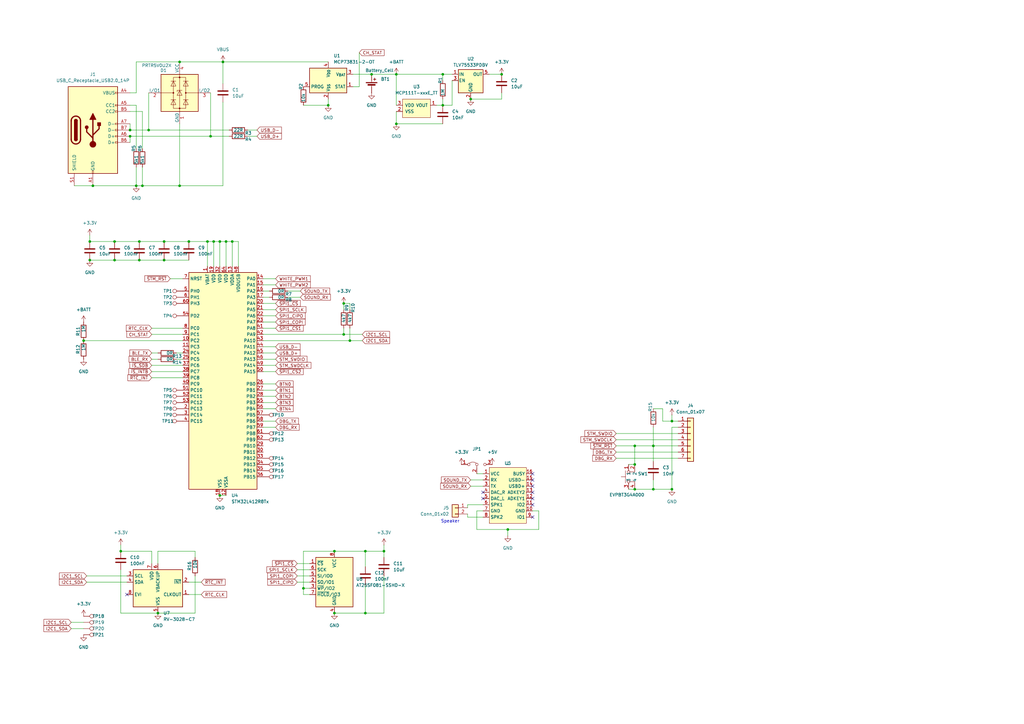
<source format=kicad_sch>
(kicad_sch (version 20231120) (generator "eeschema") (generator_version "8.0")
  (paper "A3")
  (title_block (title "round timer 1") (date "2025-02-16") (rev "0"))
  (junction (at 91.44 25.4))
  (junction (at 149.86 226.06))
  (junction (at 57.15 106.68))
  (junction (at 55.88 76.2))
  (junction (at 162.56 30.48))
  (junction (at 149.86 251.46))
  (junction (at 36.83 99.06))
  (junction (at 260.35 190.5))
  (junction (at 124.46 241.3))
  (junction (at 140.97 137.16))
  (junction (at 38.1 76.2))
  (junction (at 260.35 182.88))
  (junction (at 162.56 50.8))
  (junction (at 137.16 226.06))
  (junction (at 260.35 200.66))
  (junction (at 92.71 99.06))
  (junction (at 208.28 217.17))
  (junction (at 64.77 251.46))
  (junction (at 49.53 226.06))
  (junction (at 73.66 76.2))
  (junction (at 57.15 99.06))
  (junction (at 53.34 55.88))
  (junction (at 275.59 172.72))
  (junction (at 73.66 25.4))
  (junction (at 143.51 139.7))
  (junction (at 67.31 99.06))
  (junction (at 67.31 106.68))
  (junction (at 34.29 139.7))
  (junction (at 90.17 203.2))
  (junction (at 87.63 99.06))
  (junction (at 46.99 106.68))
  (junction (at 90.17 99.06))
  (junction (at 140.97 124.46))
  (junction (at 36.83 106.68))
  (junction (at 137.16 251.46))
  (junction (at 267.97 182.88))
  (junction (at 85.09 99.06))
  (junction (at 58.42 76.2))
  (junction (at 46.99 99.06))
  (junction (at 275.59 200.66))
  (junction (at 152.4 30.48))
  (junction (at 86.36 55.88))
  (junction (at 95.25 99.06))
  (junction (at 193.04 40.64))
  (junction (at 134.62 43.18))
  (junction (at 205.74 30.48))
  (junction (at 181.61 30.48))
  (junction (at 157.48 226.06))
  (junction (at 181.61 43.18))
  (junction (at 267.97 200.66))
  (junction (at 60.96 53.34))
  (junction (at 53.34 53.34))
  (junction (at 77.47 99.06))
  (no_connect (at 198.12 201.93))
  (no_connect (at 218.44 196.85))
  (no_connect (at 52.07 243.84))
  (no_connect (at 218.44 207.01))
  (no_connect (at 218.44 212.09))
  (no_connect (at 218.44 199.39))
  (no_connect (at 198.12 204.47))
  (no_connect (at 218.44 204.47))
  (no_connect (at 218.44 201.93))
  (no_connect (at 218.44 194.31))
  (wire (pts (xy 220.98 209.55) (xy 218.44 209.55)))
  (wire (pts (xy 181.61 30.48) (xy 185.42 30.48)))
  (wire (pts (xy 77.47 238.76) (xy 82.55 238.76)))
  (wire (pts (xy 113.03 127) (xy 107.95 127)))
  (wire (pts (xy 124.46 241.3) (xy 127 241.3)))
  (wire (pts (xy 62.23 231.14) (xy 62.23 226.06)))
  (wire (pts (xy 55.88 68.58) (xy 55.88 76.2)))
  (wire (pts (xy 34.29 139.7) (xy 74.93 139.7)))
  (wire (pts (xy 137.16 251.46) (xy 149.86 251.46)))
  (wire (pts (xy 36.83 106.68) (xy 46.99 106.68)))
  (wire (pts (xy 278.13 175.26) (xy 275.59 175.26)))
  (wire (pts (xy 34.29 255.27) (xy 29.21 255.27)))
  (wire (pts (xy 143.51 127) (xy 143.51 124.46)))
  (wire (pts (xy 149.86 251.46) (xy 157.48 251.46)))
  (wire (pts (xy 73.66 76.2) (xy 58.42 76.2)))
  (wire (pts (xy 53.34 50.8) (xy 53.34 53.34)))
  (wire (pts (xy 95.25 99.06) (xy 95.25 109.22)))
  (wire (pts (xy 85.09 99.06) (xy 85.09 109.22)))
  (wire (pts (xy 62.23 152.4) (xy 74.93 152.4)))
  (wire (pts (xy 181.61 43.18) (xy 179.07 43.18)))
  (wire (pts (xy 92.71 99.06) (xy 92.71 109.22)))
  (wire (pts (xy 267.97 175.26) (xy 267.97 182.88)))
  (wire (pts (xy 97.79 109.22) (xy 97.79 99.06)))
  (wire (pts (xy 107.95 139.7) (xy 143.51 139.7)))
  (wire (pts (xy 267.97 196.85) (xy 267.97 200.66)))
  (wire (pts (xy 80.01 251.46) (xy 80.01 236.22)))
  (wire (pts (xy 278.13 177.8) (xy 252.73 177.8)))
  (wire (pts (xy 87.63 99.06) (xy 87.63 109.22)))
  (wire (pts (xy 162.56 50.8) (xy 181.61 50.8)))
  (wire (pts (xy 36.83 99.06) (xy 46.99 99.06)))
  (wire (pts (xy 91.44 41.91) (xy 91.44 76.2)))
  (wire (pts (xy 124.46 241.3) (xy 124.46 226.06)))
  (wire (pts (xy 198.12 212.09) (xy 191.77 212.09)))
  (wire (pts (xy 85.09 99.06) (xy 87.63 99.06)))
  (wire (pts (xy 107.95 144.78) (xy 113.03 144.78)))
  (wire (pts (xy 147.32 35.56) (xy 147.32 21.59)))
  (wire (pts (xy 38.1 76.2) (xy 55.88 76.2)))
  (wire (pts (xy 148.59 139.7) (xy 143.51 139.7)))
  (wire (pts (xy 86.36 38.1) (xy 86.36 55.88)))
  (wire (pts (xy 113.03 157.48) (xy 107.95 157.48)))
  (wire (pts (xy 53.34 53.34) (xy 60.96 53.34)))
  (wire (pts (xy 91.44 25.4) (xy 134.62 25.4)))
  (wire (pts (xy 140.97 124.46) (xy 143.51 124.46)))
  (wire (pts (xy 181.61 30.48) (xy 181.61 33.02)))
  (wire (pts (xy 162.56 45.72) (xy 162.56 50.8)))
  (wire (pts (xy 113.03 162.56) (xy 107.95 162.56)))
  (wire (pts (xy 90.17 99.06) (xy 92.71 99.06)))
  (wire (pts (xy 121.92 238.76) (xy 127 238.76)))
  (wire (pts (xy 162.56 30.48) (xy 152.4 30.48)))
  (wire (pts (xy 55.88 76.2) (xy 58.42 76.2)))
  (wire (pts (xy 143.51 134.62) (xy 143.51 139.7)))
  (wire (pts (xy 124.46 226.06) (xy 137.16 226.06)))
  (wire (pts (xy 35.56 236.22) (xy 52.07 236.22)))
  (wire (pts (xy 144.78 30.48) (xy 152.4 30.48)))
  (wire (pts (xy 72.39 147.32) (xy 74.93 147.32)))
  (wire (pts (xy 57.15 99.06) (xy 67.31 99.06)))
  (wire (pts (xy 67.31 99.06) (xy 77.47 99.06)))
  (wire (pts (xy 157.48 236.22) (xy 157.48 251.46)))
  (wire (pts (xy 35.56 238.76) (xy 52.07 238.76)))
  (wire (pts (xy 53.34 55.88) (xy 86.36 55.88)))
  (wire (pts (xy 113.03 147.32) (xy 107.95 147.32)))
  (wire (pts (xy 62.23 137.16) (xy 74.93 137.16)))
  (wire (pts (xy 90.17 99.06) (xy 90.17 109.22)))
  (wire (pts (xy 92.71 99.06) (xy 95.25 99.06)))
  (wire (pts (xy 90.17 203.2) (xy 92.71 203.2)))
  (wire (pts (xy 134.62 43.18) (xy 124.46 43.18)))
  (wire (pts (xy 80.01 226.06) (xy 80.01 228.6)))
  (wire (pts (xy 113.03 167.64) (xy 107.95 167.64)))
  (wire (pts (xy 113.03 142.24) (xy 107.95 142.24)))
  (wire (pts (xy 73.66 50.8) (xy 73.66 76.2)))
  (wire (pts (xy 101.6 55.88) (xy 105.41 55.88)))
  (wire (pts (xy 162.56 30.48) (xy 162.56 43.18)))
  (wire (pts (xy 36.83 96.52) (xy 36.83 99.06)))
  (wire (pts (xy 58.42 76.2) (xy 58.42 68.58)))
  (wire (pts (xy 208.28 217.17) (xy 208.28 219.71)))
  (wire (pts (xy 49.53 233.68) (xy 49.53 251.46)))
  (wire (pts (xy 267.97 182.88) (xy 260.35 182.88)))
  (wire (pts (xy 205.74 40.64) (xy 205.74 38.1)))
  (wire (pts (xy 110.49 121.92) (xy 107.95 121.92)))
  (wire (pts (xy 113.03 129.54) (xy 107.95 129.54)))
  (wire (pts (xy 275.59 172.72) (xy 271.78 172.72)))
  (wire (pts (xy 257.81 190.5) (xy 260.35 190.5)))
  (wire (pts (xy 113.03 116.84) (xy 107.95 116.84)))
  (wire (pts (xy 123.19 119.38) (xy 118.11 119.38)))
  (wire (pts (xy 58.42 45.72) (xy 58.42 60.96)))
  (wire (pts (xy 271.78 167.64) (xy 267.97 167.64)))
  (wire (pts (xy 121.92 236.22) (xy 127 236.22)))
  (wire (pts (xy 62.23 144.78) (xy 64.77 144.78)))
  (wire (pts (xy 101.6 53.34) (xy 105.41 53.34)))
  (wire (pts (xy 60.96 38.1) (xy 60.96 53.34)))
  (wire (pts (xy 29.21 257.81) (xy 34.29 257.81)))
  (wire (pts (xy 140.97 124.46) (xy 140.97 127)))
  (wire (pts (xy 97.79 99.06) (xy 95.25 99.06)))
  (wire (pts (xy 72.39 144.78) (xy 74.93 144.78)))
  (wire (pts (xy 30.48 76.2) (xy 38.1 76.2)))
  (wire (pts (xy 267.97 200.66) (xy 275.59 200.66)))
  (wire (pts (xy 220.98 217.17) (xy 220.98 209.55)))
  (wire (pts (xy 46.99 106.68) (xy 57.15 106.68)))
  (wire (pts (xy 149.86 226.06) (xy 149.86 232.41)))
  (wire (pts (xy 110.49 119.38) (xy 107.95 119.38)))
  (wire (pts (xy 208.28 217.17) (xy 220.98 217.17)))
  (wire (pts (xy 134.62 43.18) (xy 134.62 40.64)))
  (wire (pts (xy 113.03 165.1) (xy 107.95 165.1)))
  (wire (pts (xy 49.53 226.06) (xy 62.23 226.06)))
  (wire (pts (xy 278.13 185.42) (xy 252.73 185.42)))
  (wire (pts (xy 69.85 114.3) (xy 74.93 114.3)))
  (wire (pts (xy 195.58 217.17) (xy 208.28 217.17)))
  (wire (pts (xy 107.95 137.16) (xy 140.97 137.16)))
  (wire (pts (xy 86.36 55.88) (xy 93.98 55.88)))
  (wire (pts (xy 198.12 196.85) (xy 193.04 196.85)))
  (wire (pts (xy 193.04 40.64) (xy 205.74 40.64)))
  (wire (pts (xy 77.47 243.84) (xy 82.55 243.84)))
  (wire (pts (xy 49.53 223.52) (xy 49.53 226.06)))
  (wire (pts (xy 107.95 134.62) (xy 113.03 134.62)))
  (wire (pts (xy 113.03 149.86) (xy 107.95 149.86)))
  (wire (pts (xy 113.03 124.46) (xy 107.95 124.46)))
  (wire (pts (xy 57.15 106.68) (xy 67.31 106.68)))
  (wire (pts (xy 275.59 175.26) (xy 275.59 200.66)))
  (wire (pts (xy 53.34 43.18) (xy 55.88 43.18)))
  (wire (pts (xy 64.77 251.46) (xy 80.01 251.46)))
  (wire (pts (xy 91.44 25.4) (xy 91.44 34.29)))
  (wire (pts (xy 278.13 187.96) (xy 252.73 187.96)))
  (wire (pts (xy 260.35 182.88) (xy 252.73 182.88)))
  (wire (pts (xy 181.61 30.48) (xy 162.56 30.48)))
  (wire (pts (xy 198.12 194.31) (xy 195.58 194.31)))
  (wire (pts (xy 121.92 231.14) (xy 127 231.14)))
  (wire (pts (xy 121.92 233.68) (xy 127 233.68)))
  (wire (pts (xy 107.95 175.26) (xy 113.03 175.26)))
  (wire (pts (xy 140.97 134.62) (xy 140.97 137.16)))
  (wire (pts (xy 55.88 38.1) (xy 55.88 25.4)))
  (wire (pts (xy 271.78 172.72) (xy 271.78 167.64)))
  (wire (pts (xy 73.66 25.4) (xy 91.44 25.4)))
  (wire (pts (xy 60.96 53.34) (xy 93.98 53.34)))
  (wire (pts (xy 157.48 226.06) (xy 157.48 228.6)))
  (wire (pts (xy 260.35 200.66) (xy 267.97 200.66)))
  (wire (pts (xy 46.99 99.06) (xy 57.15 99.06)))
  (wire (pts (xy 62.23 149.86) (xy 74.93 149.86)))
  (wire (pts (xy 55.88 43.18) (xy 55.88 60.96)))
  (wire (pts (xy 149.86 240.03) (xy 149.86 251.46)))
  (wire (pts (xy 127 243.84) (xy 124.46 243.84)))
  (wire (pts (xy 55.88 38.1) (xy 53.34 38.1)))
  (wire (pts (xy 124.46 243.84) (xy 124.46 241.3)))
  (wire (pts (xy 62.23 147.32) (xy 64.77 147.32)))
  (wire (pts (xy 62.23 154.94) (xy 74.93 154.94)))
  (wire (pts (xy 49.53 251.46) (xy 64.77 251.46)))
  (wire (pts (xy 147.32 35.56) (xy 144.78 35.56)))
  (wire (pts (xy 67.31 106.68) (xy 77.47 106.68)))
  (wire (pts (xy 181.61 40.64) (xy 181.61 43.18)))
  (wire (pts (xy 123.19 121.92) (xy 118.11 121.92)))
  (wire (pts (xy 64.77 231.14) (xy 64.77 226.06)))
  (wire (pts (xy 107.95 172.72) (xy 113.03 172.72)))
  (wire (pts (xy 53.34 45.72) (xy 58.42 45.72)))
  (wire (pts (xy 77.47 99.06) (xy 85.09 99.06)))
  (wire (pts (xy 137.16 226.06) (xy 149.86 226.06)))
  (wire (pts (xy 53.34 55.88) (xy 53.34 58.42)))
  (wire (pts (xy 91.44 76.2) (xy 73.66 76.2)))
  (wire (pts (xy 260.35 182.88) (xy 260.35 190.5)))
  (wire (pts (xy 113.03 114.3) (xy 107.95 114.3)))
  (wire (pts (xy 198.12 207.01) (xy 191.77 207.01)))
  (wire (pts (xy 149.86 226.06) (xy 157.48 226.06)))
  (wire (pts (xy 87.63 99.06) (xy 90.17 99.06)))
  (wire (pts (xy 278.13 172.72) (xy 275.59 172.72)))
  (wire (pts (xy 62.23 134.62) (xy 74.93 134.62)))
  (wire (pts (xy 205.74 30.48) (xy 200.66 30.48)))
  (wire (pts (xy 181.61 43.18) (xy 185.42 43.18)))
  (wire (pts (xy 107.95 152.4) (xy 113.03 152.4)))
  (wire (pts (xy 267.97 182.88) (xy 267.97 189.23)))
  (wire (pts (xy 113.03 160.02) (xy 107.95 160.02)))
  (wire (pts (xy 260.35 200.66) (xy 257.81 200.66)))
  (wire (pts (xy 198.12 209.55) (xy 195.58 209.55)))
  (wire (pts (xy 191.77 207.01) (xy 191.77 208.28)))
  (wire (pts (xy 195.58 209.55) (xy 195.58 217.17)))
  (wire (pts (xy 278.13 182.88) (xy 267.97 182.88)))
  (wire (pts (xy 278.13 180.34) (xy 252.73 180.34)))
  (wire (pts (xy 185.42 33.02) (xy 185.42 43.18)))
  (wire (pts (xy 191.77 212.09) (xy 191.77 210.82)))
  (wire (pts (xy 113.03 132.08) (xy 107.95 132.08)))
  (wire (pts (xy 193.04 199.39) (xy 198.12 199.39)))
  (wire (pts (xy 148.59 137.16) (xy 140.97 137.16)))
  (wire (pts (xy 275.59 170.18) (xy 275.59 172.72)))
  (wire (pts (xy 64.77 226.06) (xy 80.01 226.06)))
  (wire (pts (xy 157.48 223.52) (xy 157.48 226.06)))
  (wire (pts (xy 55.88 25.4) (xy 73.66 25.4)))
  (text "Speaker" (at 184.658 213.868 0) (effects (font (size 1.27 1.27))))
  (global_label "I2C1_SDA" (shape input) (at 29.21 257.81 180) (property "Intersheetrefs" "${INTERSHEET_REFS}" (effects (hide yes))))
  (global_label "USB_D-" (shape input) (at 105.41 53.34 0) (property "Intersheetrefs" "${INTERSHEET_REFS}" (effects (hide yes))))
  (global_label "~{SPI1_CS}" (shape input) (at 121.92 231.14 180) (property "Intersheetrefs" "${INTERSHEET_REFS}" (effects (hide yes))))
  (global_label "BTN4" (shape input) (at 113.03 167.64 0) (property "Intersheetrefs" "${INTERSHEET_REFS}" (effects (hide yes))))
  (global_label "SPI1_CIPO" (shape input) (at 113.03 129.54 0) (property "Intersheetrefs" "${INTERSHEET_REFS}" (effects (hide yes))))
  (global_label "~{STM_RST}" (shape input) (at 252.73 182.88 180) (property "Intersheetrefs" "${INTERSHEET_REFS}" (effects (hide yes))))
  (global_label "USB_D+" (shape input) (at 113.03 144.78 0) (property "Intersheetrefs" "${INTERSHEET_REFS}" (effects (hide yes))))
  (global_label "DBG_RX" (shape input) (at 252.73 187.96 180) (property "Intersheetrefs" "${INTERSHEET_REFS}" (effects (hide yes))))
  (global_label "SPI1_SCLK" (shape input) (at 121.92 233.68 180) (property "Intersheetrefs" "${INTERSHEET_REFS}" (effects (hide yes))))
  (global_label "SOUND_TX" (shape input) (at 193.04 196.85 180) (property "Intersheetrefs" "${INTERSHEET_REFS}" (effects (hide yes))))
  (global_label "I2C1_SCL" (shape input) (at 35.56 236.22 180) (property "Intersheetrefs" "${INTERSHEET_REFS}" (effects (hide yes))))
  (global_label "BTN0" (shape input) (at 113.03 157.48 0) (property "Intersheetrefs" "${INTERSHEET_REFS}" (effects (hide yes))))
  (global_label "I2C1_SCL" (shape input) (at 148.59 137.16 0) (property "Intersheetrefs" "${INTERSHEET_REFS}" (effects (hide yes))))
  (global_label "~{SPI1_CS2}" (shape input) (at 113.03 152.4 0) (property "Intersheetrefs" "${INTERSHEET_REFS}" (effects (hide yes))))
  (global_label "CH_STAT" (shape input) (at 62.23 137.16 180) (property "Intersheetrefs" "${INTERSHEET_REFS}" (effects (hide yes))))
  (global_label "I2C1_SDA" (shape input) (at 35.56 238.76 180) (property "Intersheetrefs" "${INTERSHEET_REFS}" (effects (hide yes))))
  (global_label "SPI1_COPI" (shape input) (at 113.03 132.08 0) (property "Intersheetrefs" "${INTERSHEET_REFS}" (effects (hide yes))))
  (global_label "~{IS_INTB}" (shape input) (at 62.23 152.4 180) (property "Intersheetrefs" "${INTERSHEET_REFS}" (effects (hide yes))))
  (global_label "RTC_CLK" (shape input) (at 82.55 243.84 0) (property "Intersheetrefs" "${INTERSHEET_REFS}" (effects (hide yes))))
  (global_label "~{SPI1_CS1}" (shape input) (at 113.03 134.62 0) (property "Intersheetrefs" "${INTERSHEET_REFS}" (effects (hide yes))))
  (global_label "I2C1_SDA" (shape input) (at 148.59 139.7 0) (property "Intersheetrefs" "${INTERSHEET_REFS}" (effects (hide yes))))
  (global_label "STM_SWDCLK" (shape input) (at 252.73 180.34 180) (property "Intersheetrefs" "${INTERSHEET_REFS}" (effects (hide yes))))
  (global_label "USB_D-" (shape input) (at 113.03 142.24 0) (property "Intersheetrefs" "${INTERSHEET_REFS}" (effects (hide yes))))
  (global_label "BLE_RX" (shape input) (at 62.23 147.32 180) (property "Intersheetrefs" "${INTERSHEET_REFS}" (effects (hide yes))))
  (global_label "SOUND_RX" (shape input) (at 193.04 199.39 180) (property "Intersheetrefs" "${INTERSHEET_REFS}" (effects (hide yes))))
  (global_label "DBG_TX" (shape input) (at 113.03 172.72 0) (property "Intersheetrefs" "${INTERSHEET_REFS}" (effects (hide yes))))
  (global_label "BTN2" (shape input) (at 113.03 162.56 0) (property "Intersheetrefs" "${INTERSHEET_REFS}" (effects (hide yes))))
  (global_label "BTN1" (shape input) (at 113.03 160.02 0) (property "Intersheetrefs" "${INTERSHEET_REFS}" (effects (hide yes))))
  (global_label "SPI1_SCLK" (shape input) (at 113.03 127 0) (property "Intersheetrefs" "${INTERSHEET_REFS}" (effects (hide yes))))
  (global_label "BLE_TX" (shape input) (at 62.23 144.78 180) (property "Intersheetrefs" "${INTERSHEET_REFS}" (effects (hide yes))))
  (global_label "SPI1_COPI" (shape input) (at 121.92 236.22 180) (property "Intersheetrefs" "${INTERSHEET_REFS}" (effects (hide yes))))
  (global_label "~{STM_RST}" (shape input) (at 69.85 114.3 180) (property "Intersheetrefs" "${INTERSHEET_REFS}" (effects (hide yes))))
  (global_label "STM_SWDIO" (shape input) (at 252.73 177.8 180) (property "Intersheetrefs" "${INTERSHEET_REFS}" (effects (hide yes))))
  (global_label "I2C1_SCL" (shape input) (at 29.21 255.27 180) (property "Intersheetrefs" "${INTERSHEET_REFS}" (effects (hide yes))))
  (global_label "RTC_CLK" (shape input) (at 62.23 134.62 180) (property "Intersheetrefs" "${INTERSHEET_REFS}" (effects (hide yes))))
  (global_label "CH_STAT" (shape input) (at 147.32 21.59 0) (property "Intersheetrefs" "${INTERSHEET_REFS}" (effects (hide yes))))
  (global_label "WHITE_PWM1" (shape input) (at 113.03 114.3 0) (property "Intersheetrefs" "${INTERSHEET_REFS}" (effects (hide yes))))
  (global_label "SOUND_TX" (shape input) (at 123.19 119.38 0) (property "Intersheetrefs" "${INTERSHEET_REFS}" (effects (hide yes))))
  (global_label "USB_D+" (shape input) (at 105.41 55.88 0) (property "Intersheetrefs" "${INTERSHEET_REFS}" (effects (hide yes))))
  (global_label "~{RTC_INT}" (shape input) (at 82.55 238.76 0) (property "Intersheetrefs" "${INTERSHEET_REFS}" (effects (hide yes))))
  (global_label "BTN3" (shape input) (at 113.03 165.1 0) (property "Intersheetrefs" "${INTERSHEET_REFS}" (effects (hide yes))))
  (global_label "STM_SWDCLK" (shape input) (at 113.03 149.86 0) (property "Intersheetrefs" "${INTERSHEET_REFS}" (effects (hide yes))))
  (global_label "SPI1_CIPO" (shape input) (at 121.92 238.76 180) (property "Intersheetrefs" "${INTERSHEET_REFS}" (effects (hide yes))))
  (global_label "~{SPI1_CS}" (shape input) (at 113.03 124.46 0) (property "Intersheetrefs" "${INTERSHEET_REFS}" (effects (hide yes))))
  (global_label "DBG_TX" (shape input) (at 252.73 185.42 180) (property "Intersheetrefs" "${INTERSHEET_REFS}" (effects (hide yes))))
  (global_label "DBG_RX" (shape input) (at 113.03 175.26 0) (property "Intersheetrefs" "${INTERSHEET_REFS}" (effects (hide yes))))
  (global_label "WHITE_PWM2" (shape input) (at 113.03 116.84 0) (property "Intersheetrefs" "${INTERSHEET_REFS}" (effects (hide yes))))
  (global_label "SOUND_RX" (shape input) (at 123.19 121.92 0) (property "Intersheetrefs" "${INTERSHEET_REFS}" (effects (hide yes))))
  (global_label "~{RTC_INT}" (shape input) (at 62.23 154.94 180) (property "Intersheetrefs" "${INTERSHEET_REFS}" (effects (hide yes))))
  (global_label "~{IS_SDB}" (shape input) (at 62.23 149.86 180) (property "Intersheetrefs" "${INTERSHEET_REFS}" (effects (hide yes))))
  (global_label "STM_SWDIO" (shape input) (at 113.03 147.32 0) (property "Intersheetrefs" "${INTERSHEET_REFS}" (effects (hide yes))))
  (symbol (lib_id "Regulator_Linear:TLV75533PDBV") (at 193.04 33.02 0) (unit 1)
    (property "Reference" "U2" (at 193.04 24.13 0))
    (property "Value" "TLV75533PDBV" (at 193.04 26.67 0))
    (property "Footprint" "Package_TO_SOT_SMD:SOT-23-5" (effects (hide yes)))
    (property "Datasheet" "http://www.ti.com/lit/ds/symlink/tlv755p.pdf" (effects (hide yes)))
    (property "Description" "500mA Low Dropout Voltage Regulator, Fixed Output 3.3V, SOT-23-5" (effects (hide yes)))
  )
  (symbol (lib_id "power:GND") (at 36.83 106.68 0) (unit 1)
    (property "Reference" "#PWR011" (effects (hide yes)))
    (property "Value" "GND" (at 36.83 111.76 0))
    (property "Description" "Power symbol creates a global label with name \"GND\" , ground" (effects (hide yes)))
  )
  (symbol (lib_id "Jumper:Jumper_3_Bridged12") (at 195.58 190.5 0) (unit 1) (exclude_from_sim yes) (in_bom no)
    (property "Reference" "JP1" (at 195.58 184.15 0))
    (property "Value" "Jumper_3_Bridged12" (effects (hide yes)))
    (property "Footprint" "Jumper:SolderJumper-3_P1.3mm_Bridged2Bar12_RoundedPad1.0x1.5mm" (effects (hide yes)))
    (property "Description" "Jumper, 3-pole, pins 1+2 closed/bridged" (effects (hide yes)))
  )
  (symbol (lib_id "Connector:TestPoint") (at 74.93 172.72 90) (unit 1)
    (property "Reference" "TP11" (at 68.834 172.72 90))
    (property "Value" "TestPoint" (effects (hide yes)))
    (property "Footprint" "TestPoint:TestPoint_Pad_D1.0mm" (effects (hide yes)))
    (property "Description" "test point" (effects (hide yes)))
  )
  (symbol (lib_id "Connector:TestPoint") (at 107.95 190.5 270) (unit 1)
    (property "Reference" "TP15" (at 114.046 190.5 90))
    (property "Value" "TestPoint" (effects (hide yes)))
    (property "Footprint" "TestPoint:TestPoint_Pad_D1.0mm" (effects (hide yes)))
    (property "Description" "test point" (effects (hide yes)))
  )
  (symbol (lib_id "power:GND") (at 193.04 40.64 0) (unit 1)
    (property "Reference" "#PWR05" (effects (hide yes)))
    (property "Value" "GND" (at 193.04 45.72 0))
    (property "Description" "Power symbol creates a global label with name \"GND\" , ground" (effects (hide yes)))
  )
  (symbol (lib_id "power:GND") (at 34.29 260.35 0) (unit 1)
    (property "Reference" "#PWR012" (effects (hide yes)))
    (property "Value" "GND" (at 34.29 265.43 0))
    (property "Description" "Power symbol creates a global label with name \"GND\" , ground" (effects (hide yes)))
  )
  (symbol (lib_id "Connector:TestPoint") (at 107.95 170.18 270) (unit 1)
    (property "Reference" "TP10" (at 114.046 170.18 90))
    (property "Value" "TestPoint" (effects (hide yes)))
    (property "Footprint" "TestPoint:TestPoint_Pad_D1.0mm" (effects (hide yes)))
    (property "Description" "test point" (effects (hide yes)))
  )
  (symbol (lib_id "Device:C") (at 205.74 34.29 0) (unit 1)
    (property "Reference" "C2" (at 209.55 33.0199 0) (effects (justify left)))
    (property "Value" "10uF" (at 209.55 35.5599 0) (effects (justify left)))
    (property "Footprint" "Capacitor_SMD:C_0805_2012Metric_Pad1.18x1.45mm_HandSolder" (effects (hide yes)))
    (property "Description" "Unpolarized capacitor" (effects (hide yes)))
  )
  (symbol (lib_id "Device:R") (at 68.58 144.78 90) (unit 1)
    (property "Reference" "R13" (at 72.644 146.05 90))
    (property "Value" "0R" (at 69.596 144.78 90))
    (property "Footprint" "Resistor_SMD:R_0603_1608Metric_Pad0.98x0.95mm_HandSolder" (effects (hide yes)))
    (property "Description" "Resistor" (effects (hide yes)))
  )
  (symbol (lib_id "power:GND") (at 134.62 43.18 0) (unit 1)
    (property "Reference" "#PWR06" (effects (hide yes)))
    (property "Value" "GND" (at 134.62 48.26 0))
    (property "Description" "Power symbol creates a global label with name \"GND\" , ground" (effects (hide yes)))
  )
  (symbol (lib_id "Battery_Management:MCP73831-2-OT") (at 134.62 33.02 0) (unit 1)
    (property "Reference" "U1" (at 136.8141 22.86 0) (effects (justify left)))
    (property "Value" "MCP73831-2-OT" (at 136.8141 25.4 0) (effects (justify left)))
    (property "Footprint" "Package_TO_SOT_SMD:SOT-23-5" (effects (hide yes)))
    (property "Datasheet" "http://ww1.microchip.com/downloads/en/DeviceDoc/20001984g.pdf" (effects (hide yes)))
    (property "Description" "Single cell, Li-Ion/Li-Po charge management controller, 4.20V, Tri-State Status Output, in SOT23-5 package" (effects (hide yes)))
  )
  (symbol (lib_id "power:+3.3V") (at 140.97 124.46 0) (unit 1)
    (property "Reference" "#PWR013" (effects (hide yes)))
    (property "Value" "+3.3V" (at 140.97 119.38 0))
    (property "Description" "Power symbol creates a global label with name \"+3.3V\"" (effects (hide yes)))
  )
  (symbol (lib_id "Connector:TestPoint") (at 34.29 255.27 270) (unit 1)
    (property "Reference" "TP19" (at 40.386 255.27 90))
    (property "Value" "TestPoint" (effects (hide yes)))
    (property "Footprint" "TestPoint:TestPoint_Pad_D1.0mm" (effects (hide yes)))
    (property "Description" "test point" (effects (hide yes)))
  )
  (symbol (lib_id "Device:R") (at 140.97 130.81 180) (unit 1)
    (property "Reference" "R9" (at 142.24 126.238 90))
    (property "Value" "4k7" (at 140.97 130.556 90))
    (property "Footprint" "Resistor_SMD:R_0603_1608Metric_Pad0.98x0.95mm_HandSolder" (effects (hide yes)))
    (property "Description" "Resistor" (effects (hide yes)))
  )
  (symbol (lib_id "Connector:TestPoint") (at 74.93 160.02 90) (unit 1)
    (property "Reference" "TP5" (at 68.834 160.02 90))
    (property "Value" "TestPoint" (effects (hide yes)))
    (property "Footprint" "TestPoint:TestPoint_Pad_D1.0mm" (effects (hide yes)))
    (property "Description" "test point" (effects (hide yes)))
  )
  (symbol (lib_id "power:GND") (at 34.29 147.32 0) (unit 1)
    (property "Reference" "#PWR017" (effects (hide yes)))
    (property "Value" "GND" (at 34.29 152.4 0))
    (property "Description" "Power symbol creates a global label with name \"GND\" , ground" (effects (hide yes)))
  )
  (symbol (lib_id "Connector:TestPoint") (at 74.93 121.92 90) (unit 1)
    (property "Reference" "TP2" (at 68.834 121.92 90))
    (property "Value" "TestPoint" (effects (hide yes)))
    (property "Footprint" "TestPoint:TestPoint_Pad_D1.0mm" (effects (hide yes)))
    (property "Description" "test point" (effects (hide yes)))
  )
  (symbol (lib_id "power:+3.3V") (at 49.53 223.52 0) (unit 1)
    (property "Reference" "#PWR024" (effects (hide yes)))
    (property "Value" "+3.3V" (at 49.53 218.44 0))
    (property "Description" "Power symbol creates a global label with name \"+3.3V\"" (effects (hide yes)))
  )
  (symbol (lib_id "Connector_Generic:Conn_01x02") (at 186.69 208.28 0) (mirror y) (unit 1)
    (property "Reference" "J5" (at 184.15 208.2799 0) (effects (justify left)))
    (property "Value" "Conn_01x02" (at 184.15 210.8199 0) (effects (justify left)))
    (property "Footprint" "Connector_PinHeader_2.54mm:PinHeader_1x02_P2.54mm_Vertical" (effects (hide yes)))
    (property "Description" "Generic connector, single row, 01x02, script generated (kicad-library-utils/schlib/autogen/connector/)" (effects (hide yes)))
  )
  (symbol (lib_id "power:+5V") (at 201.93 190.5 0) (unit 1)
    (property "Reference" "#PWR020" (effects (hide yes)))
    (property "Value" "+5V" (at 201.93 185.42 0))
    (property "Description" "Power symbol creates a global label with name \"+5V\"" (effects (hide yes)))
  )
  (symbol (lib_id "Device:R") (at 97.79 55.88 90) (unit 1)
    (property "Reference" "R4" (at 101.854 57.15 90))
    (property "Value" "22R" (at 97.79 55.88 90))
    (property "Footprint" "Resistor_SMD:R_0603_1608Metric_Pad0.98x0.95mm_HandSolder" (effects (hide yes)))
    (property "Description" "Resistor" (effects (hide yes)))
  )
  (symbol (lib_id "Power_Protection:PRTR5V0U2X") (at 73.66 38.1 0) (unit 1)
    (property "Reference" "D1" (at 67.056 28.8858 0))
    (property "Value" "PRTR5V0U2X" (at 64.262 26.8538 0))
    (property "Footprint" "Package_TO_SOT_SMD:SOT-143" (effects (hide yes)))
    (property "Datasheet" "https://assets.nexperia.com/documents/data-sheet/PRTR5V0U2X.pdf" (effects (hide yes)))
    (property "Description" "Ultra low capacitance double rail-to-rail ESD protection diode, SOT-143" (effects (hide yes)))
  )
  (symbol (lib_id "Connector:TestPoint") (at 74.93 129.54 90) (unit 1)
    (property "Reference" "TP4" (at 68.834 129.54 90))
    (property "Value" "TestPoint" (effects (hide yes)))
    (property "Footprint" "TestPoint:TestPoint_Pad_D1.0mm" (effects (hide yes)))
    (property "Description" "test point" (effects (hide yes)))
  )
  (symbol (lib_id "power:GND") (at 152.4 38.1 0) (unit 1)
    (property "Reference" "#PWR04" (effects (hide yes)))
    (property "Value" "GND" (at 152.4 43.18 0))
    (property "Description" "Power symbol creates a global label with name \"GND\" , ground" (effects (hide yes)))
  )
  (symbol (lib_id "Connector:TestPoint") (at 34.29 257.81 270) (unit 1)
    (property "Reference" "TP20" (at 40.386 257.81 90))
    (property "Value" "TestPoint" (effects (hide yes)))
    (property "Footprint" "TestPoint:TestPoint_Pad_D1.0mm" (effects (hide yes)))
    (property "Description" "test point" (effects (hide yes)))
  )
  (symbol (lib_id "Connector:TestPoint") (at 107.95 180.34 270) (unit 1)
    (property "Reference" "TP13" (at 114.046 180.34 90))
    (property "Value" "TestPoint" (effects (hide yes)))
    (property "Footprint" "TestPoint:TestPoint_Pad_D1.0mm" (effects (hide yes)))
    (property "Description" "test point" (effects (hide yes)))
  )
  (symbol (lib_id "Connector:TestPoint") (at 34.29 260.35 270) (unit 1)
    (property "Reference" "TP21" (at 40.386 260.35 90))
    (property "Value" "TestPoint" (effects (hide yes)))
    (property "Footprint" "TestPoint:TestPoint_Pad_D1.0mm" (effects (hide yes)))
    (property "Description" "test point" (effects (hide yes)))
  )
  (symbol (lib_id "Device:R") (at 181.61 36.83 0) (unit 1)
    (property "Reference" "R1" (at 180.594 34.2899 90) (effects (justify left)))
    (property "Value" "1M" (at 181.61 39.3699 90) (effects (justify left)))
    (property "Footprint" "Resistor_SMD:R_0603_1608Metric_Pad0.98x0.95mm_HandSolder" (effects (hide yes)))
    (property "Description" "Resistor" (effects (hide yes)))
  )
  (symbol (lib_id "Connector:TestPoint") (at 74.93 170.18 90) (unit 1)
    (property "Reference" "TP9" (at 68.834 170.18 90))
    (property "Value" "TestPoint" (effects (hide yes)))
    (property "Footprint" "TestPoint:TestPoint_Pad_D1.0mm" (effects (hide yes)))
    (property "Description" "test point" (effects (hide yes)))
  )
  (symbol (lib_id "lighthouse1:SW_PTS5236") (at 252.73 195.58 90) (mirror x) (unit 1)
    (property "Reference" "SW1" (at 261.62 194.3099 90) (effects (justify right)))
    (property "Value" "EVPBT3G4A000" (at 249.936 202.9459 90) (effects (justify right)))
    (property "Footprint" "rt:EVPBT3" (effects (hide yes)))
  )
  (symbol (lib_id "power:+3.3V") (at 157.48 223.52 0) (unit 1)
    (property "Reference" "#PWR025" (effects (hide yes)))
    (property "Value" "+3.3V" (at 157.48 218.44 0))
    (property "Description" "Power symbol creates a global label with name \"+3.3V\"" (effects (hide yes)))
  )
  (symbol (lib_id "Device:C") (at 67.31 102.87 0) (unit 1)
    (property "Reference" "C8" (at 71.12 101.5999 0) (effects (justify left)))
    (property "Value" "100nF" (at 71.12 104.1399 0) (effects (justify left)))
    (property "Footprint" "Capacitor_SMD:C_0603_1608Metric_Pad1.08x0.95mm_HandSolder" (effects (hide yes)))
    (property "Description" "Unpolarized capacitor" (effects (hide yes)))
  )
  (symbol (lib_id "Device:R") (at 267.97 171.45 0) (mirror x) (unit 1)
    (property "Reference" "R15" (at 266.7 166.878 90))
    (property "Value" "10k" (at 267.97 171.196 90))
    (property "Footprint" "Resistor_SMD:R_0603_1608Metric_Pad0.98x0.95mm_HandSolder" (effects (hide yes)))
    (property "Description" "Resistor" (effects (hide yes)))
  )
  (symbol (lib_id "power:GND") (at 90.17 203.2 0) (unit 1)
    (property "Reference" "#PWR022" (effects (hide yes)))
    (property "Value" "GND" (at 90.17 208.28 0))
    (property "Description" "Power symbol creates a global label with name \"GND\" , ground" (effects (hide yes)))
  )
  (symbol (lib_id "Connector:TestPoint") (at 107.95 193.04 270) (unit 1)
    (property "Reference" "TP16" (at 114.046 193.04 90))
    (property "Value" "TestPoint" (effects (hide yes)))
    (property "Footprint" "TestPoint:TestPoint_Pad_D1.0mm" (effects (hide yes)))
    (property "Description" "test point" (effects (hide yes)))
  )
  (symbol (lib_id "Memory_Flash:AT25SF081-SSHD-X") (at 137.16 238.76 0) (unit 1)
    (property "Reference" "U6" (at 146.05 237.4899 0) (effects (justify left)))
    (property "Value" "AT25SF081-SSHD-X" (at 146.05 240.0299 0) (effects (justify left)))
    (property "Footprint" "Package_SO:SOIC-8_3.9x4.9mm_P1.27mm" (effects (hide yes)))
    (property "Datasheet" "https://www.adestotech.com/wp-content/uploads/DS-AT25SF081_045.pdf" (effects (hide yes)))
    (property "Description" "8-Mbit, 2.5V Minimum SPI Serial Flash Memory with Dual-I/O and Quad-I/O Support, SOIC-8" (effects (hide yes)))
  )
  (symbol (lib_id "Device:Battery_Cell") (at 152.4 35.56 0) (unit 1)
    (property "Reference" "BT1" (at 156.21 32.4484 0) (effects (justify left)))
    (property "Value" "Battery_Cell" (at 149.86 28.8924 0) (effects (justify left)))
    (property "Footprint" "Connector_PinHeader_2.54mm:PinHeader_1x02_P2.54mm_Vertical" (effects (hide yes)))
    (property "Description" "Single-cell battery" (effects (hide yes)))
  )
  (symbol (lib_id "power:VBUS") (at 91.44 25.4 0) (unit 1)
    (property "Reference" "#PWR01" (effects (hide yes)))
    (property "Value" "VBUS" (at 91.44 20.32 0))
    (property "Description" "Power symbol creates a global label with name \"VBUS\"" (effects (hide yes)))
  )
  (symbol (lib_id "Connector:TestPoint") (at 34.29 252.73 270) (unit 1)
    (property "Reference" "TP18" (at 40.386 252.73 90))
    (property "Value" "TestPoint" (effects (hide yes)))
    (property "Footprint" "TestPoint:TestPoint_Pad_D1.0mm" (effects (hide yes)))
    (property "Description" "test point" (effects (hide yes)))
  )
  (symbol (lib_id "lighthouse1:DFPlayer_Mini") (at 208.28 201.93 0) (unit 1)
    (property "Reference" "U5" (at 208.28 189.992 0))
    (property "Value" "~" (at 208.28 190.5 0))
    (property "Footprint" "rt:DFPlayer_Mini-TF-16P" (effects (hide yes)))
  )
  (symbol (lib_id "Device:C") (at 91.44 38.1 0) (unit 1)
    (property "Reference" "C1" (at 95.25 36.8299 0) (effects (justify left)))
    (property "Value" "10uF" (at 95.25 39.3699 0) (effects (justify left)))
    (property "Footprint" "Capacitor_SMD:C_0805_2012Metric_Pad1.18x1.45mm_HandSolder" (effects (hide yes)))
    (property "Description" "Unpolarized capacitor" (effects (hide yes)))
  )
  (symbol (lib_id "Device:R") (at 80.01 232.41 180) (unit 1)
    (property "Reference" "R16" (at 77.724 232.156 90))
    (property "Value" "10k" (at 80.01 231.394 90))
    (property "Footprint" "Resistor_SMD:R_0603_1608Metric_Pad0.98x0.95mm_HandSolder" (effects (hide yes)))
    (property "Description" "Resistor" (effects (hide yes)))
  )
  (symbol (lib_id "Connector:USB_C_Receptacle_USB2.0_14P") (at 38.1 53.34 0) (unit 1)
    (property "Reference" "J1" (at 38.1 30.48 0))
    (property "Value" "USB_C_Receptacle_USB2.0_14P" (at 38.1 33.02 0))
    (property "Footprint" "Connector_USB:USB_C_Receptacle_GCT_USB4110" (effects (hide yes)))
    (property "Datasheet" "https://www.usb.org/sites/default/files/documents/usb_type-c.zip" (effects (hide yes)))
    (property "Description" "USB 2.0-only 14P Type-C Receptacle connector" (effects (hide yes)))
  )
  (symbol (lib_id "Device:C") (at 46.99 102.87 0) (unit 1)
    (property "Reference" "C6" (at 50.8 101.5999 0) (effects (justify left)))
    (property "Value" "100nF" (at 50.8 104.1399 0) (effects (justify left)))
    (property "Footprint" "Capacitor_SMD:C_0603_1608Metric_Pad1.08x0.95mm_HandSolder" (effects (hide yes)))
    (property "Description" "Unpolarized capacitor" (effects (hide yes)))
  )
  (symbol (lib_id "Connector_Generic:Conn_01x07") (at 283.21 180.34 0) (unit 1)
    (property "Reference" "J4" (at 283.21 166.37 0))
    (property "Value" "Conn_01x07" (at 283.21 168.91 0))
    (property "Footprint" "Connector_PinHeader_1.27mm:PinHeader_1x07_P1.27mm_Vertical" (effects (hide yes)))
    (property "Description" "Generic connector, single row, 01x07, script generated (kicad-library-utils/schlib/autogen/connector/)" (effects (hide yes)))
  )
  (symbol (lib_id "power:+3.3V") (at 205.74 30.48 0) (unit 1)
    (property "Reference" "#PWR03" (effects (hide yes)))
    (property "Value" "+3.3V" (at 205.74 25.4 0))
    (property "Description" "Power symbol creates a global label with name \"+3.3V\"" (effects (hide yes)))
  )
  (symbol (lib_id "power:GND") (at 64.77 251.46 0) (unit 1)
    (property "Reference" "#PWR026" (effects (hide yes)))
    (property "Value" "GND" (at 64.77 256.54 0))
    (property "Description" "Power symbol creates a global label with name \"GND\" , ground" (effects (hide yes)))
  )
  (symbol (lib_id "Device:R") (at 143.51 130.81 180) (unit 1)
    (property "Reference" "R10" (at 144.78 126.238 90))
    (property "Value" "4k7" (at 143.51 130.556 90))
    (property "Footprint" "Resistor_SMD:R_0603_1608Metric_Pad0.98x0.95mm_HandSolder" (effects (hide yes)))
    (property "Description" "Resistor" (effects (hide yes)))
  )
  (symbol (lib_id "power:GND") (at 162.56 50.8 0) (unit 1)
    (property "Reference" "#PWR07" (effects (hide yes)))
    (property "Value" "GND" (at 162.56 55.88 0))
    (property "Description" "Power symbol creates a global label with name \"GND\" , ground" (effects (hide yes)))
  )
  (symbol (lib_id "Connector:TestPoint") (at 74.93 165.1 90) (unit 1)
    (property "Reference" "TP7" (at 68.834 165.1 90))
    (property "Value" "TestPoint" (effects (hide yes)))
    (property "Footprint" "TestPoint:TestPoint_Pad_D1.0mm" (effects (hide yes)))
    (property "Description" "test point" (effects (hide yes)))
  )
  (symbol (lib_id "power:GND") (at 208.28 219.71 0) (unit 1)
    (property "Reference" "#PWR023" (effects (hide yes)))
    (property "Value" "GND" (at 208.28 224.79 0))
    (property "Description" "Power symbol creates a global label with name \"GND\" , ground" (effects (hide yes)))
  )
  (symbol (lib_id "power:+3.3V") (at 34.29 252.73 0) (unit 1)
    (property "Reference" "#PWR010" (effects (hide yes)))
    (property "Value" "+3.3V" (at 34.29 247.65 0))
    (property "Description" "Power symbol creates a global label with name \"+3.3V\"" (effects (hide yes)))
  )
  (symbol (lib_id "Device:C") (at 267.97 193.04 0) (unit 1)
    (property "Reference" "C3" (at 271.78 191.7699 0) (effects (justify left)))
    (property "Value" "10nF" (at 271.78 194.3099 0) (effects (justify left)))
    (property "Footprint" "Capacitor_SMD:C_0603_1608Metric_Pad1.08x0.95mm_HandSolder" (effects (hide yes)))
    (property "Description" "Unpolarized capacitor" (effects (hide yes)))
  )
  (symbol (lib_id "MEgliParts:MCP111T-xxxE_TT") (at 171.45 48.26 0) (unit 1)
    (property "Reference" "U3" (at 170.815 35.56 0))
    (property "Value" "MCP111T-xxxE_TT" (at 170.815 38.1 0))
    (property "Footprint" "Package_TO_SOT_SMD:SOT-23-3" (effects (hide yes)))
  )
  (symbol (lib_id "Device:R") (at 34.29 135.89 180) (unit 1)
    (property "Reference" "R11" (at 32.004 135.89 90))
    (property "Value" "1M" (at 34.29 134.874 90))
    (property "Footprint" "Resistor_SMD:R_0603_1608Metric_Pad0.98x0.95mm_HandSolder" (effects (hide yes)))
    (property "Description" "Resistor" (effects (hide yes)))
  )
  (symbol (lib_id "Device:R") (at 124.46 39.37 0) (unit 1)
    (property "Reference" "R2" (at 123.444 36.8299 90) (effects (justify left)))
    (property "Value" "10k" (at 124.46 41.9099 90) (effects (justify left)))
    (property "Footprint" "Resistor_SMD:R_0603_1608Metric_Pad0.98x0.95mm_HandSolder" (effects (hide yes)))
    (property "Description" "Resistor" (effects (hide yes)))
  )
  (symbol (lib_id "Device:C") (at 149.86 236.22 0) (unit 1)
    (property "Reference" "C12" (at 153.67 234.9499 0) (effects (justify left)))
    (property "Value" "100nF" (at 153.67 237.4899 0) (effects (justify left)))
    (property "Footprint" "Capacitor_SMD:C_0603_1608Metric_Pad1.08x0.95mm_HandSolder" (effects (hide yes)))
    (property "Description" "Unpolarized capacitor" (effects (hide yes)))
  )
  (symbol (lib_id "power:GND") (at 55.88 76.2 0) (unit 1)
    (property "Reference" "#PWR08" (effects (hide yes)))
    (property "Value" "GND" (at 55.88 81.28 0))
    (property "Description" "Power symbol creates a global label with name \"GND\" , ground" (effects (hide yes)))
  )
  (symbol (lib_id "power:+3.3V") (at 36.83 96.52 0) (unit 1)
    (property "Reference" "#PWR09" (effects (hide yes)))
    (property "Value" "+3.3V" (at 36.83 91.44 0))
    (property "Description" "Power symbol creates a global label with name \"+3.3V\"" (effects (hide yes)))
  )
  (symbol (lib_id "power:+BATT") (at 162.56 30.48 0) (unit 1)
    (property "Reference" "#PWR02" (effects (hide yes)))
    (property "Value" "+BATT" (at 162.56 25.4 0))
    (property "Description" "Power symbol creates a global label with name \"+BATT\"" (effects (hide yes)))
  )
  (symbol (lib_id "Device:R") (at 68.58 147.32 90) (unit 1)
    (property "Reference" "R14" (at 72.644 148.59 90))
    (property "Value" "0R" (at 69.596 147.32 90))
    (property "Footprint" "Resistor_SMD:R_0603_1608Metric_Pad0.98x0.95mm_HandSolder" (effects (hide yes)))
    (property "Description" "Resistor" (effects (hide yes)))
  )
  (symbol (lib_id "Device:C") (at 181.61 46.99 0) (unit 1)
    (property "Reference" "C4" (at 185.42 45.7199 0) (effects (justify left)))
    (property "Value" "10nF" (at 185.42 48.2599 0) (effects (justify left)))
    (property "Footprint" "Capacitor_SMD:C_0603_1608Metric_Pad1.08x0.95mm_HandSolder" (effects (hide yes)))
    (property "Description" "Unpolarized capacitor" (effects (hide yes)))
  )
  (symbol (lib_id "Device:R") (at 34.29 143.51 180) (unit 1)
    (property "Reference" "R12" (at 32.004 143.256 90))
    (property "Value" "1M" (at 34.29 142.494 90))
    (property "Footprint" "Resistor_SMD:R_0603_1608Metric_Pad0.98x0.95mm_HandSolder" (effects (hide yes)))
    (property "Description" "Resistor" (effects (hide yes)))
  )
  (symbol (lib_id "Device:C") (at 157.48 232.41 0) (unit 1)
    (property "Reference" "C11" (at 161.29 231.1399 0) (effects (justify left)))
    (property "Value" "10uF" (at 161.29 233.6799 0) (effects (justify left)))
    (property "Footprint" "Capacitor_SMD:C_0805_2012Metric_Pad1.18x1.45mm_HandSolder" (effects (hide yes)))
    (property "Description" "Unpolarized capacitor" (effects (hide yes)))
  )
  (symbol (lib_id "Device:R") (at 114.3 121.92 90) (unit 1)
    (property "Reference" "R8" (at 118.364 122.936 90))
    (property "Value" "0R" (at 115.316 121.92 90))
    (property "Footprint" "Resistor_SMD:R_0603_1608Metric_Pad0.98x0.95mm_HandSolder" (effects (hide yes)))
    (property "Description" "Resistor" (effects (hide yes)))
  )
  (symbol (lib_id "Connector:TestPoint") (at 74.93 124.46 90) (unit 1)
    (property "Reference" "TP3" (at 68.834 124.46 90))
    (property "Value" "TestPoint" (effects (hide yes)))
    (property "Footprint" "TestPoint:TestPoint_Pad_D1.0mm" (effects (hide yes)))
    (property "Description" "test point" (effects (hide yes)))
  )
  (symbol (lib_id "Connector:TestPoint") (at 107.95 195.58 270) (unit 1)
    (property "Reference" "TP17" (at 114.046 195.58 90))
    (property "Value" "TestPoint" (effects (hide yes)))
    (property "Footprint" "TestPoint:TestPoint_Pad_D1.0mm" (effects (hide yes)))
    (property "Description" "test point" (effects (hide yes)))
  )
  (symbol (lib_id "power:GND") (at 137.16 251.46 0) (unit 1)
    (property "Reference" "#PWR027" (effects (hide yes)))
    (property "Value" "GND" (at 137.16 256.54 0))
    (property "Description" "Power symbol creates a global label with name \"GND\" , ground" (effects (hide yes)))
  )
  (symbol (lib_id "Connector:TestPoint") (at 107.95 187.96 270) (unit 1)
    (property "Reference" "TP14" (at 114.046 187.96 90))
    (property "Value" "TestPoint" (effects (hide yes)))
    (property "Footprint" "TestPoint:TestPoint_Pad_D1.0mm" (effects (hide yes)))
    (property "Description" "test point" (effects (hide yes)))
  )
  (symbol (lib_id "Timer_RTC:RV-3028-C7") (at 64.77 241.3 0) (unit 1)
    (property "Reference" "U7" (at 66.9641 251.46 0) (effects (justify left)))
    (property "Value" "RV-3028-C7" (at 66.9641 254 0) (effects (justify left)))
    (property "Footprint" "Package_SON:MicroCrystal_C7_SON-8_1.5x3.2mm_P0.9mm" (effects (hide yes)))
    (property "Datasheet" "https://www.microcrystal.com/fileadmin/Media/Products/RTC/Datasheet/RV-3028-C7.pdf" (effects (hide yes)))
    (property "Description" "Realtime Clock/Calendar I2C Interface, Extreme Low Power, 1.1 V to 5.5 V, MicroCrystal C7" (effects (hide yes)))
  )
  (symbol (lib_id "power:+BATT") (at 34.29 132.08 0) (unit 1)
    (property "Reference" "#PWR015" (effects (hide yes)))
    (property "Value" "+BATT" (at 34.29 127 0))
    (property "Description" "Power symbol creates a global label with name \"+BATT\"" (effects (hide yes)))
  )
  (symbol (lib_id "MCU_ST_STM32L4:STM32L412R8Tx") (at 90.17 157.48 0) (unit 1)
    (property "Reference" "U4" (at 94.9041 203.2 0) (effects (justify left)))
    (property "Value" "STM32L412R8Tx" (at 94.9041 205.74 0) (effects (justify left)))
    (property "Footprint" "Package_QFP:LQFP-64_10x10mm_P0.5mm" (effects (hide yes)))
    (property "Datasheet" "https://www.st.com/resource/en/datasheet/stm32l412r8.pdf" (effects (hide yes)))
    (property "Description" "STMicroelectronics Arm Cortex-M4 MCU, 64KB flash, 40KB RAM, 80 MHz, 1.71-3.6V, 52 GPIO, LQFP64" (effects (hide yes)))
  )
  (symbol (lib_id "Connector:TestPoint") (at 74.93 119.38 90) (unit 1)
    (property "Reference" "TP1" (at 68.834 119.38 90))
    (property "Value" "TestPoint" (effects (hide yes)))
    (property "Footprint" "TestPoint:TestPoint_Pad_D1.0mm" (effects (hide yes)))
    (property "Description" "test point" (effects (hide yes)))
  )
  (symbol (lib_id "Device:C") (at 77.47 102.87 0) (unit 1)
    (property "Reference" "C9" (at 81.28 101.5999 0) (effects (justify left)))
    (property "Value" "100nF" (at 81.28 104.1399 0) (effects (justify left)))
    (property "Footprint" "Capacitor_SMD:C_0603_1608Metric_Pad1.08x0.95mm_HandSolder" (effects (hide yes)))
    (property "Description" "Unpolarized capacitor" (effects (hide yes)))
  )
  (symbol (lib_id "Device:C") (at 57.15 102.87 0) (unit 1)
    (property "Reference" "C7" (at 60.96 101.5999 0) (effects (justify left)))
    (property "Value" "100nF" (at 60.96 104.1399 0) (effects (justify left)))
    (property "Footprint" "Capacitor_SMD:C_0603_1608Metric_Pad1.08x0.95mm_HandSolder" (effects (hide yes)))
    (property "Description" "Unpolarized capacitor" (effects (hide yes)))
  )
  (symbol (lib_id "Connector:TestPoint") (at 74.93 162.56 90) (unit 1)
    (property "Reference" "TP6" (at 68.834 162.56 90))
    (property "Value" "TestPoint" (effects (hide yes)))
    (property "Footprint" "TestPoint:TestPoint_Pad_D1.0mm" (effects (hide yes)))
    (property "Description" "test point" (effects (hide yes)))
  )
  (symbol (lib_id "Device:C") (at 49.53 229.87 0) (unit 1)
    (property "Reference" "C10" (at 53.34 228.5999 0) (effects (justify left)))
    (property "Value" "100nF" (at 53.34 231.1399 0) (effects (justify left)))
    (property "Footprint" "Capacitor_SMD:C_0603_1608Metric_Pad1.08x0.95mm_HandSolder" (effects (hide yes)))
    (property "Description" "Unpolarized capacitor" (effects (hide yes)))
  )
  (symbol (lib_id "Device:R") (at 58.42 64.77 0) (unit 1)
    (property "Reference" "R6" (at 57.404 62.2299 90) (effects (justify left)))
    (property "Value" "5k1" (at 58.42 67.3099 90) (effects (justify left)))
    (property "Footprint" "Resistor_SMD:R_0603_1608Metric_Pad0.98x0.95mm_HandSolder" (effects (hide yes)))
    (property "Description" "Resistor" (effects (hide yes)))
  )
  (symbol (lib_id "Connector:TestPoint") (at 107.95 177.8 270) (unit 1)
    (property "Reference" "TP12" (at 114.046 177.8 90))
    (property "Value" "TestPoint" (effects (hide yes)))
    (property "Footprint" "TestPoint:TestPoint_Pad_D1.0mm" (effects (hide yes)))
    (property "Description" "test point" (effects (hide yes)))
  )
  (symbol (lib_id "Connector:TestPoint") (at 74.93 167.64 90) (unit 1)
    (property "Reference" "TP8" (at 68.834 167.64 90))
    (property "Value" "TestPoint" (effects (hide yes)))
    (property "Footprint" "TestPoint:TestPoint_Pad_D1.0mm" (effects (hide yes)))
    (property "Description" "test point" (effects (hide yes)))
  )
  (symbol (lib_id "power:+3.3V") (at 189.23 190.5 0) (unit 1)
    (property "Reference" "#PWR019" (effects (hide yes)))
    (property "Value" "+3.3V" (at 189.23 185.42 0))
    (property "Description" "Power symbol creates a global label with name \"+3.3V\"" (effects (hide yes)))
  )
  (symbol (lib_id "Device:R") (at 114.3 119.38 90) (unit 1)
    (property "Reference" "R7" (at 118.364 120.65 90))
    (property "Value" "0R" (at 115.316 119.38 90))
    (property "Footprint" "Resistor_SMD:R_0603_1608Metric_Pad0.98x0.95mm_HandSolder" (effects (hide yes)))
    (property "Description" "Resistor" (effects (hide yes)))
  )
  (symbol (lib_id "Device:C") (at 36.83 102.87 0) (unit 1)
    (property "Reference" "C5" (at 40.64 101.5999 0) (effects (justify left)))
    (property "Value" "10uF" (at 40.64 104.1399 0) (effects (justify left)))
    (property "Footprint" "Capacitor_SMD:C_0805_2012Metric_Pad1.18x1.45mm_HandSolder" (effects (hide yes)))
    (property "Description" "Unpolarized capacitor" (effects (hide yes)))
  )
  (symbol (lib_id "power:+3.3V") (at 275.59 170.18 0) (mirror y) (unit 1)
    (property "Reference" "#PWR018" (effects (hide yes)))
    (property "Value" "+3.3V" (at 275.59 165.1 0))
    (property "Description" "Power symbol creates a global label with name \"+3.3V\"" (effects (hide yes)))
  )
  (symbol (lib_id "Device:R") (at 97.79 53.34 90) (unit 1)
    (property "Reference" "R3" (at 101.854 54.61 90))
    (property "Value" "22R" (at 97.79 53.34 90))
    (property "Footprint" "Resistor_SMD:R_0603_1608Metric_Pad0.98x0.95mm_HandSolder" (effects (hide yes)))
    (property "Description" "Resistor" (effects (hide yes)))
  )
  (symbol (lib_id "power:GND") (at 275.59 200.66 0) (mirror y) (unit 1)
    (property "Reference" "#PWR021" (effects (hide yes)))
    (property "Value" "GND" (at 275.59 205.74 0))
    (property "Description" "Power symbol creates a global label with name \"GND\" , ground" (effects (hide yes)))
  )
  (symbol (lib_id "Device:R") (at 55.88 64.77 0) (unit 1)
    (property "Reference" "R5" (at 54.864 62.2299 90) (effects (justify left)))
    (property "Value" "5k1" (at 55.88 67.3099 90) (effects (justify left)))
    (property "Footprint" "Resistor_SMD:R_0603_1608Metric_Pad0.98x0.95mm_HandSolder" (effects (hide yes)))
    (property "Description" "Resistor" (effects (hide yes)))
  )
)
</source>
